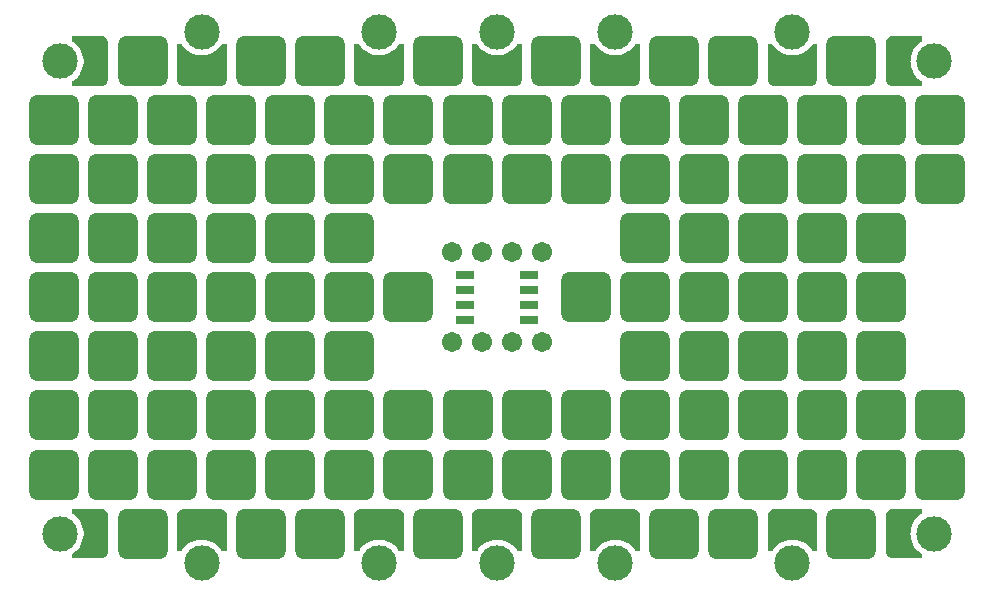
<source format=gts>
G04*
G04 #@! TF.GenerationSoftware,Altium Limited,Altium Designer,24.6.1 (21)*
G04*
G04 Layer_Color=8388736*
%FSLAX44Y44*%
%MOMM*%
G71*
G04*
G04 #@! TF.SameCoordinates,58C917F4-F435-4438-9918-92646441EF77*
G04*
G04*
G04 #@! TF.FilePolarity,Negative*
G04*
G01*
G75*
G04:AMPARAMS|DCode=15|XSize=0.7mm|YSize=1.6mm|CornerRadius=0.125mm|HoleSize=0mm|Usage=FLASHONLY|Rotation=90.000|XOffset=0mm|YOffset=0mm|HoleType=Round|Shape=RoundedRectangle|*
%AMROUNDEDRECTD15*
21,1,0.7000,1.3500,0,0,90.0*
21,1,0.4500,1.6000,0,0,90.0*
1,1,0.2500,0.6750,0.2250*
1,1,0.2500,0.6750,-0.2250*
1,1,0.2500,-0.6750,-0.2250*
1,1,0.2500,-0.6750,0.2250*
%
%ADD15ROUNDEDRECTD15*%
%ADD16C,1.7032*%
G04:AMPARAMS|DCode=17|XSize=4.2mm|YSize=4.2mm|CornerRadius=0.6mm|HoleSize=0mm|Usage=FLASHONLY|Rotation=0.000|XOffset=0mm|YOffset=0mm|HoleType=Round|Shape=RoundedRectangle|*
%AMROUNDEDRECTD17*
21,1,4.2000,3.0000,0,0,0.0*
21,1,3.0000,4.2000,0,0,0.0*
1,1,1.2000,1.5000,-1.5000*
1,1,1.2000,-1.5000,-1.5000*
1,1,1.2000,-1.5000,1.5000*
1,1,1.2000,1.5000,1.5000*
%
%ADD17ROUNDEDRECTD17*%
%ADD18C,3.0000*%
G36*
X759750Y-32826D02*
X758664Y-33523D01*
X756637Y-35120D01*
X754833Y-36964D01*
X753281Y-39025D01*
X752007Y-41268D01*
X751032Y-43657D01*
X750374Y-46151D01*
X750042Y-48710D01*
X750000Y-50000D01*
X750042Y-51290D01*
X750374Y-53849D01*
X751032Y-56343D01*
X752007Y-58732D01*
X753281Y-60975D01*
X754833Y-63036D01*
X756637Y-64880D01*
X758664Y-66477D01*
X759750Y-67174D01*
X759750Y-67174D01*
Y-71000D01*
X735000D01*
X733807Y-71000D01*
X731601Y-70087D01*
X729913Y-68399D01*
X729000Y-66193D01*
X729000Y-65000D01*
Y-50000D01*
X729000Y-35000D01*
X729000Y-33807D01*
X729913Y-31601D01*
X731601Y-29913D01*
X733807Y-29000D01*
X735000Y-29000D01*
X735000Y-29000D01*
X759750D01*
Y-32826D01*
D02*
G37*
G36*
X421000Y-65000D02*
Y-66193D01*
X420087Y-68399D01*
X418399Y-70086D01*
X416194Y-71000D01*
X383806D01*
X381601Y-70086D01*
X379913Y-68399D01*
X379000Y-66193D01*
Y-65000D01*
Y-35250D01*
X382826D01*
X383523Y-36336D01*
X385120Y-38363D01*
X386964Y-40167D01*
X389025Y-41719D01*
X391268Y-42993D01*
X393657Y-43967D01*
X396152Y-44626D01*
X398710Y-44958D01*
X400000Y-45000D01*
X401290Y-44958D01*
X403848Y-44626D01*
X406343Y-43967D01*
X408732Y-42993D01*
X410975Y-41719D01*
X413036Y-40167D01*
X414880Y-38363D01*
X416477Y-36336D01*
X417174Y-35250D01*
X421000Y-35250D01*
Y-65000D01*
D02*
G37*
G36*
X671000D02*
Y-66193D01*
X670087Y-68399D01*
X668399Y-70086D01*
X666193Y-71000D01*
X633806D01*
X631601Y-70086D01*
X629913Y-68399D01*
X629000Y-66193D01*
Y-65000D01*
Y-35250D01*
X632826D01*
X633523Y-36336D01*
X635120Y-38363D01*
X636964Y-40167D01*
X639025Y-41719D01*
X641268Y-42993D01*
X643657Y-43967D01*
X646152Y-44626D01*
X648710Y-44958D01*
X650000Y-45000D01*
Y-45000D01*
X650000D01*
X650000D01*
D01*
X651290Y-44958D01*
X653848Y-44626D01*
X656343Y-43968D01*
X658732Y-42993D01*
X660975Y-41719D01*
X663036Y-40167D01*
X664880Y-38363D01*
X666477Y-36336D01*
X667174Y-35250D01*
X671000Y-35250D01*
Y-65000D01*
D02*
G37*
G36*
X521000D02*
Y-66193D01*
X520087Y-68399D01*
X518399Y-70086D01*
X516194Y-71000D01*
X483806D01*
X481601Y-70086D01*
X479913Y-68399D01*
X479000Y-66193D01*
Y-65000D01*
Y-35250D01*
X482826D01*
X483523Y-36336D01*
X485120Y-38363D01*
X486964Y-40167D01*
X489025Y-41719D01*
X491268Y-42993D01*
X493657Y-43967D01*
X496152Y-44626D01*
X498710Y-44958D01*
X500000Y-45000D01*
Y-45000D01*
X500000D01*
X500000D01*
D01*
X501290Y-44958D01*
X503848Y-44626D01*
X506343Y-43968D01*
X508732Y-42993D01*
X510975Y-41719D01*
X513036Y-40167D01*
X514880Y-38363D01*
X516477Y-36336D01*
X517174Y-35250D01*
X521000Y-35250D01*
Y-65000D01*
D02*
G37*
G36*
X321000D02*
Y-66193D01*
X320087Y-68399D01*
X318399Y-70086D01*
X316194Y-71000D01*
X283806D01*
X281601Y-70086D01*
X279913Y-68399D01*
X279000Y-66193D01*
Y-65000D01*
Y-35250D01*
X282826D01*
X283523Y-36336D01*
X285120Y-38363D01*
X286964Y-40167D01*
X289025Y-41719D01*
X291268Y-42993D01*
X293657Y-43967D01*
X296152Y-44626D01*
X298710Y-44958D01*
X300000Y-45000D01*
Y-45000D01*
X300000D01*
X300000D01*
D01*
X301290Y-44958D01*
X303848Y-44626D01*
X306343Y-43968D01*
X308732Y-42993D01*
X310975Y-41719D01*
X313036Y-40167D01*
X314880Y-38363D01*
X316477Y-36336D01*
X317174Y-35250D01*
X321000Y-35250D01*
Y-65000D01*
D02*
G37*
G36*
X171000D02*
Y-66193D01*
X170087Y-68399D01*
X168399Y-70086D01*
X166194Y-71000D01*
X133806D01*
X131601Y-70086D01*
X129913Y-68399D01*
X129000Y-66193D01*
Y-65000D01*
Y-35250D01*
X132826D01*
X133523Y-36336D01*
X135120Y-38363D01*
X136964Y-40167D01*
X139025Y-41719D01*
X141268Y-42993D01*
X143657Y-43967D01*
X146152Y-44626D01*
X148710Y-44958D01*
X150000Y-45000D01*
Y-45000D01*
X150000D01*
X150000D01*
D01*
X151290Y-44958D01*
X153848Y-44626D01*
X156343Y-43968D01*
X158732Y-42993D01*
X160975Y-41719D01*
X163036Y-40167D01*
X164880Y-38363D01*
X166477Y-36336D01*
X167174Y-35250D01*
X171000Y-35250D01*
Y-65000D01*
D02*
G37*
G36*
X65000Y-29000D02*
X66193Y-29000D01*
X68399Y-29913D01*
X70087Y-31601D01*
X71000Y-33807D01*
X71000Y-35000D01*
X71000Y-50000D01*
Y-65000D01*
X71000D01*
X71000Y-66193D01*
X70087Y-68399D01*
X68399Y-70087D01*
X66193Y-71000D01*
X65000Y-71000D01*
X40250D01*
Y-67174D01*
X41336Y-66477D01*
X43363Y-64880D01*
X45167Y-63036D01*
X46719Y-60975D01*
X47993Y-58732D01*
X48967Y-56343D01*
X49626Y-53849D01*
X49958Y-51290D01*
X50000Y-50000D01*
X50000D01*
X49958Y-48710D01*
X49626Y-46151D01*
X48967Y-43657D01*
X47993Y-41268D01*
X46719Y-39025D01*
X45167Y-36964D01*
X43363Y-35120D01*
X41336Y-33523D01*
X40250Y-32826D01*
X40250Y-29000D01*
X65000D01*
Y-29000D01*
D02*
G37*
G36*
X759750Y-432826D02*
X759750D01*
X758664Y-433523D01*
X756637Y-435120D01*
X754833Y-436964D01*
X753280Y-439025D01*
X752007Y-441268D01*
X751032Y-443657D01*
X750374Y-446152D01*
X750042Y-448710D01*
X750000Y-450000D01*
X750042Y-451290D01*
X750374Y-453848D01*
X751032Y-456343D01*
X752007Y-458732D01*
X753281Y-460975D01*
X754833Y-463036D01*
X756637Y-464880D01*
X758664Y-466477D01*
X759750Y-467174D01*
Y-471000D01*
X735000D01*
X735000Y-471000D01*
X733807Y-471000D01*
X731601Y-470087D01*
X729913Y-468399D01*
X729000Y-466194D01*
X729000Y-465000D01*
X729000Y-450000D01*
Y-435000D01*
X729000Y-433806D01*
X729913Y-431601D01*
X731601Y-429913D01*
X733807Y-429000D01*
X735000Y-429000D01*
X759750Y-429000D01*
Y-432826D01*
D02*
G37*
G36*
X68399Y-429913D02*
X70086Y-431601D01*
X71000Y-433806D01*
X71000Y-435000D01*
X71000D01*
Y-450000D01*
X71000Y-465000D01*
X71000Y-466194D01*
X70086Y-468399D01*
X68399Y-470087D01*
X66193Y-471000D01*
X65000Y-471000D01*
Y-471000D01*
X40250D01*
X40250Y-467174D01*
X41336Y-466477D01*
X43363Y-464880D01*
X45167Y-463036D01*
X46719Y-460975D01*
X47993Y-458732D01*
X48967Y-456343D01*
X49626Y-453848D01*
X49958Y-451290D01*
X50000Y-450000D01*
X50000Y-450000D01*
X49958Y-448710D01*
X49626Y-446152D01*
X48967Y-443657D01*
X47993Y-441268D01*
X46719Y-439025D01*
X45167Y-436964D01*
X43363Y-435120D01*
X41336Y-433523D01*
X40250Y-432826D01*
Y-429000D01*
X65000Y-429000D01*
X66193Y-429000D01*
X68399Y-429913D01*
D02*
G37*
G36*
X668399Y-429913D02*
X670087Y-431601D01*
X671000Y-433807D01*
Y-435000D01*
Y-464750D01*
X667174D01*
X667174Y-464750D01*
X666477Y-463664D01*
X664880Y-461637D01*
X663036Y-459833D01*
X660975Y-458281D01*
X658732Y-457007D01*
X656343Y-456032D01*
X653848Y-455374D01*
X651290Y-455042D01*
X650000Y-455000D01*
Y-455000D01*
X648710Y-455042D01*
X646152Y-455374D01*
X643657Y-456032D01*
X641268Y-457007D01*
X639025Y-458281D01*
X636964Y-459833D01*
X635120Y-461637D01*
X633523Y-463664D01*
X632826Y-464750D01*
X629000Y-464750D01*
Y-435000D01*
Y-433807D01*
X629913Y-431601D01*
X631601Y-429913D01*
X633806Y-429000D01*
X666193D01*
X668399Y-429913D01*
D02*
G37*
G36*
X518399D02*
X520087Y-431601D01*
X521000Y-433807D01*
Y-435000D01*
Y-464750D01*
X517174D01*
X517174Y-464750D01*
X516477Y-463664D01*
X514880Y-461637D01*
X513036Y-459833D01*
X510975Y-458281D01*
X508732Y-457007D01*
X506343Y-456032D01*
X503848Y-455374D01*
X501290Y-455042D01*
X500000Y-455000D01*
Y-455000D01*
X498710Y-455042D01*
X496152Y-455374D01*
X493657Y-456032D01*
X491268Y-457007D01*
X489025Y-458281D01*
X486964Y-459832D01*
X485120Y-461637D01*
X483523Y-463664D01*
X482826Y-464750D01*
X479000Y-464750D01*
Y-435000D01*
Y-433807D01*
X479913Y-431601D01*
X481601Y-429913D01*
X483806Y-429000D01*
X516194D01*
X518399Y-429913D01*
D02*
G37*
G36*
X418399D02*
X420087Y-431601D01*
X421000Y-433807D01*
Y-435000D01*
Y-464750D01*
X417174D01*
X417174Y-464750D01*
X416477Y-463664D01*
X414880Y-461637D01*
X413036Y-459833D01*
X410975Y-458281D01*
X408732Y-457007D01*
X406343Y-456032D01*
X403848Y-455374D01*
X401290Y-455042D01*
X400000Y-455000D01*
X398710Y-455042D01*
X396152Y-455374D01*
X393657Y-456032D01*
X391268Y-457007D01*
X389025Y-458281D01*
X386964Y-459833D01*
X385120Y-461637D01*
X383523Y-463664D01*
X382826Y-464750D01*
X379000Y-464750D01*
Y-435000D01*
Y-433807D01*
X379913Y-431601D01*
X381601Y-429913D01*
X383806Y-429000D01*
X416194D01*
X418399Y-429913D01*
D02*
G37*
G36*
X318399D02*
X320087Y-431601D01*
X321000Y-433807D01*
Y-435000D01*
Y-464750D01*
X317174D01*
X317174Y-464750D01*
X316477Y-463664D01*
X314880Y-461637D01*
X313036Y-459833D01*
X310975Y-458281D01*
X308732Y-457007D01*
X306343Y-456032D01*
X303848Y-455374D01*
X301290Y-455042D01*
X300000Y-455000D01*
Y-455000D01*
X298710Y-455042D01*
X296152Y-455374D01*
X293657Y-456032D01*
X291268Y-457007D01*
X289025Y-458281D01*
X286964Y-459833D01*
X285120Y-461637D01*
X283523Y-463664D01*
X282826Y-464750D01*
X279000Y-464750D01*
Y-435000D01*
Y-433807D01*
X279913Y-431601D01*
X281601Y-429913D01*
X283806Y-429000D01*
X316193D01*
X318399Y-429913D01*
D02*
G37*
G36*
X168399D02*
X170086Y-431601D01*
X171000Y-433807D01*
Y-435000D01*
Y-464750D01*
X167174D01*
X167174Y-464750D01*
X166477Y-463664D01*
X164880Y-461637D01*
X163036Y-459833D01*
X160975Y-458281D01*
X158732Y-457007D01*
X156343Y-456032D01*
X153848Y-455374D01*
X151290Y-455042D01*
X150000Y-455000D01*
Y-455000D01*
X148710Y-455042D01*
X146152Y-455374D01*
X143657Y-456032D01*
X141268Y-457007D01*
X139025Y-458281D01*
X136964Y-459833D01*
X135120Y-461637D01*
X133523Y-463664D01*
X132826Y-464750D01*
X129000Y-464750D01*
Y-435000D01*
Y-433807D01*
X129913Y-431601D01*
X131601Y-429913D01*
X133806Y-429000D01*
X166194D01*
X168399Y-429913D01*
D02*
G37*
D15*
X373000Y-230950D02*
D03*
Y-269050D02*
D03*
Y-256350D02*
D03*
X373000Y-243650D02*
D03*
X427000Y-230950D02*
D03*
Y-243650D02*
D03*
X427000Y-256350D02*
D03*
X427000Y-269050D02*
D03*
D16*
X438100Y-211900D02*
D03*
X412700Y-211900D02*
D03*
X387300Y-211900D02*
D03*
X361900D02*
D03*
X438100Y-288100D02*
D03*
X412700D02*
D03*
X387300Y-288100D02*
D03*
X361900Y-288100D02*
D03*
D17*
X475000Y-350000D02*
D03*
X425000D02*
D03*
X375000D02*
D03*
X475000Y-250000D02*
D03*
X325000Y-150000D02*
D03*
X375000D02*
D03*
X425000D02*
D03*
X475000D02*
D03*
X325000Y-250000D02*
D03*
Y-350000D02*
D03*
X100000Y-450000D02*
D03*
X200000D02*
D03*
X250000D02*
D03*
X550000D02*
D03*
X600000D02*
D03*
X700000D02*
D03*
X450000D02*
D03*
X350000D02*
D03*
X450000Y-50000D02*
D03*
X350000D02*
D03*
X775000Y-400000D02*
D03*
X725000D02*
D03*
X525000D02*
D03*
X675000D02*
D03*
X475000D02*
D03*
X425000D02*
D03*
X375000D02*
D03*
X325000D02*
D03*
X275000D02*
D03*
X225000D02*
D03*
X175000D02*
D03*
X125000D02*
D03*
X75000D02*
D03*
X25000D02*
D03*
X625000D02*
D03*
X575000D02*
D03*
X775000Y-350000D02*
D03*
X725000D02*
D03*
X525000D02*
D03*
X675000D02*
D03*
X275000D02*
D03*
X225000D02*
D03*
X175000D02*
D03*
X125000D02*
D03*
X75000D02*
D03*
X25000D02*
D03*
X625000D02*
D03*
X575000D02*
D03*
X625000Y-150000D02*
D03*
X575000D02*
D03*
X625000Y-200000D02*
D03*
X575000D02*
D03*
X625000Y-250000D02*
D03*
X575000D02*
D03*
X225000Y-150000D02*
D03*
X175000D02*
D03*
X225000Y-200000D02*
D03*
X175000D02*
D03*
X225000Y-250000D02*
D03*
X175000D02*
D03*
X575000Y-300000D02*
D03*
X625000D02*
D03*
X25000D02*
D03*
X75000D02*
D03*
X125000D02*
D03*
X25000Y-250000D02*
D03*
X75000D02*
D03*
X125000D02*
D03*
X25000Y-200000D02*
D03*
X75000D02*
D03*
X125000D02*
D03*
X25000Y-150000D02*
D03*
X75000D02*
D03*
X125000D02*
D03*
X100000Y-50000D02*
D03*
X200000D02*
D03*
X250000D02*
D03*
X550000D02*
D03*
X600000D02*
D03*
X700000D02*
D03*
X475000Y-100000D02*
D03*
X425000D02*
D03*
X375000D02*
D03*
X325000D02*
D03*
X275000D02*
D03*
X225000D02*
D03*
X175000D02*
D03*
X125000D02*
D03*
X75000D02*
D03*
X25000D02*
D03*
X275000Y-250000D02*
D03*
Y-200000D02*
D03*
Y-150000D02*
D03*
X175000Y-300000D02*
D03*
X225000D02*
D03*
X275000D02*
D03*
X675000D02*
D03*
X525000D02*
D03*
Y-250000D02*
D03*
Y-200000D02*
D03*
Y-150000D02*
D03*
X675000Y-100000D02*
D03*
X625000D02*
D03*
X575000D02*
D03*
X525000D02*
D03*
X675000Y-150000D02*
D03*
Y-200000D02*
D03*
Y-250000D02*
D03*
X725000Y-200000D02*
D03*
Y-150000D02*
D03*
X775000D02*
D03*
X725000Y-100000D02*
D03*
X775000D02*
D03*
X725000Y-250000D02*
D03*
Y-300000D02*
D03*
D18*
X30000Y-450000D02*
D03*
X650000Y-475000D02*
D03*
X150000D02*
D03*
X300000D02*
D03*
X500000D02*
D03*
X400000D02*
D03*
X770000Y-450000D02*
D03*
X30000Y-50000D02*
D03*
X400000Y-25000D02*
D03*
X300000D02*
D03*
X500000D02*
D03*
X650000D02*
D03*
X150000D02*
D03*
X770000Y-50000D02*
D03*
M02*

</source>
